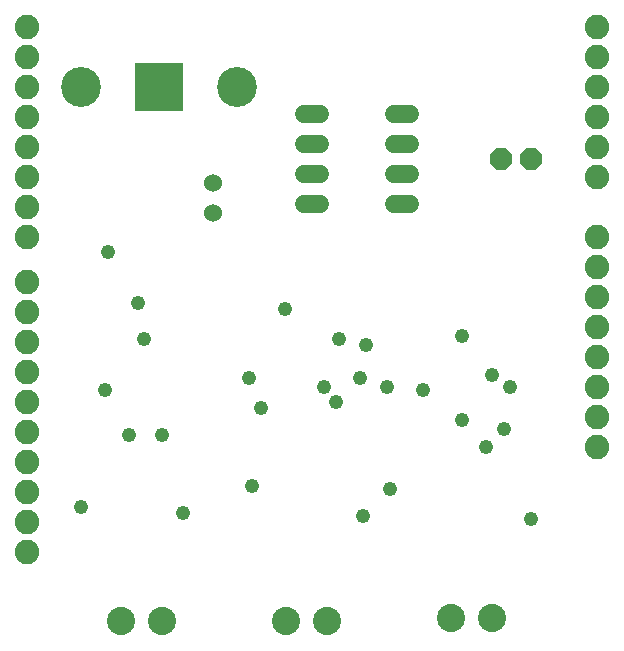
<source format=gbs>
G75*
%MOIN*%
%OFA0B0*%
%FSLAX24Y24*%
%IPPOS*%
%LPD*%
%AMOC8*
5,1,8,0,0,1.08239X$1,22.5*
%
%ADD10OC8,0.0740*%
%ADD11C,0.0600*%
%ADD12C,0.0820*%
%ADD13C,0.0600*%
%ADD14R,0.1640X0.1640*%
%ADD15C,0.1330*%
%ADD16C,0.0940*%
%ADD17C,0.0480*%
D10*
X017680Y023352D03*
X018680Y023352D03*
D11*
X014640Y022852D02*
X014120Y022852D01*
X014120Y021852D02*
X014640Y021852D01*
X014640Y023852D02*
X014120Y023852D01*
X014120Y024852D02*
X014640Y024852D01*
X011640Y024852D02*
X011120Y024852D01*
X011120Y023852D02*
X011640Y023852D01*
X011640Y022852D02*
X011120Y022852D01*
X011120Y021852D02*
X011640Y021852D01*
D12*
X020880Y022752D03*
X020880Y023752D03*
X020880Y024752D03*
X020880Y025752D03*
X020880Y026752D03*
X020880Y027752D03*
X020880Y020752D03*
X020880Y019752D03*
X020880Y018752D03*
X020880Y017752D03*
X020880Y016752D03*
X020880Y015752D03*
X020880Y014752D03*
X020880Y013752D03*
X001880Y013252D03*
X001880Y012252D03*
X001880Y011252D03*
X001880Y010252D03*
X001880Y014252D03*
X001880Y015252D03*
X001880Y016252D03*
X001880Y017252D03*
X001880Y018252D03*
X001880Y019252D03*
X001880Y020752D03*
X001880Y021752D03*
X001880Y022752D03*
X001880Y023752D03*
X001880Y024752D03*
X001880Y025752D03*
X001880Y026752D03*
X001880Y027752D03*
D13*
X008080Y022552D03*
X008080Y021552D03*
D14*
X006280Y025752D03*
D15*
X003680Y025752D03*
X008880Y025752D03*
D16*
X005011Y007952D03*
X006389Y007952D03*
X010511Y007952D03*
X011889Y007952D03*
X016011Y008052D03*
X017389Y008052D03*
D17*
X018680Y011352D03*
X017180Y013752D03*
X017780Y014352D03*
X017980Y015752D03*
X017380Y016152D03*
X016380Y017452D03*
X015080Y015652D03*
X013880Y015752D03*
X012980Y016052D03*
X013180Y017152D03*
X012280Y017352D03*
X011780Y015752D03*
X012180Y015252D03*
X013980Y012352D03*
X013080Y011452D03*
X016380Y014652D03*
X010480Y018352D03*
X009280Y016052D03*
X009680Y015052D03*
X009380Y012452D03*
X007080Y011552D03*
X006380Y014152D03*
X005280Y014152D03*
X004480Y015652D03*
X005780Y017352D03*
X005580Y018552D03*
X004580Y020252D03*
X003680Y011752D03*
M02*

</source>
